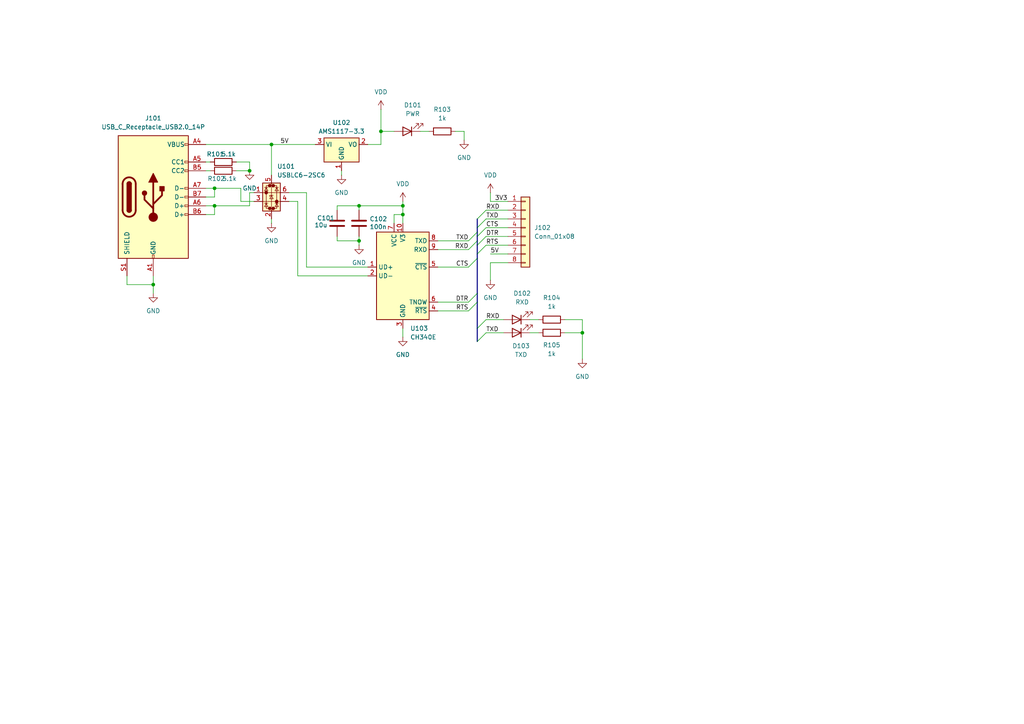
<source format=kicad_sch>
(kicad_sch (version 20250114) (generator "eeschema") (generator_version "9.0")
  (paper "A4")
  (lib_symbols
    (symbol "Connector:USB_C_Receptacle_USB2.0_14P" (pin_names (offset 1.016))
      (property "Reference" "J" (at 0 22.225 0))
      (property "Value" "USB_C_Receptacle_USB2.0_14P" (at 0 19.685 0))
      (symbol "USB_C_Receptacle_USB2.0_14P_0_0"
        (rectangle (start -0.254 -17.78) (end 0.254 -16.764))
        (rectangle (start 10.16 15.494) (end 9.144 14.986))
        (rectangle (start 10.16 10.414) (end 9.144 9.906))
        (rectangle (start 10.16 7.874) (end 9.144 7.366))
        (rectangle (start 10.16 2.794) (end 9.144 2.286))
        (rectangle (start 10.16 0.254) (end 9.144 -0.254))
        (rectangle (start 10.16 -2.286) (end 9.144 -2.794))
        (rectangle (start 10.16 -4.826) (end 9.144 -5.334))
      )
      (symbol "USB_C_Receptacle_USB2.0_14P_0_1"
        (rectangle (start -10.16 17.78) (end 10.16 -17.78) (stroke (width 0.254)) (fill (type background)))
        (polyline (pts (xy -8.89 -3.81) (xy -8.89 3.81)) (stroke (width 0.508)))
        (rectangle (start -7.62 -3.81) (end -6.35 3.81) (stroke (width 0.254)) (fill (type outline)))
        (arc (start -7.62 3.81) (mid -6.985 4.4423) (end -6.35 3.81) (stroke (width 0.254)))
        (arc (start -7.62 3.81) (mid -6.985 4.4423) (end -6.35 3.81) (stroke (width 0.254)) (fill (type outline)))
        (arc (start -8.89 3.81) (mid -6.985 5.7067) (end -5.08 3.81) (stroke (width 0.508)))
        (arc (start -5.08 -3.81) (mid -6.985 -5.7067) (end -8.89 -3.81) (stroke (width 0.508)))
        (arc (start -6.35 -3.81) (mid -6.985 -4.4423) (end -7.62 -3.81) (stroke (width 0.254)))
        (arc (start -6.35 -3.81) (mid -6.985 -4.4423) (end -7.62 -3.81) (stroke (width 0.254)) (fill (type outline)))
        (polyline (pts (xy -5.08 3.81) (xy -5.08 -3.81)) (stroke (width 0.508)))
        (circle (center -2.54 1.143) (radius 0.635) (stroke (width 0.254)) (fill (type outline)))
        (polyline (pts (xy -1.27 4.318) (xy 0 6.858) (xy 1.27 4.318) (xy -1.27 4.318)) (stroke (width 0.254)) (fill (type outline)))
        (polyline (pts (xy 0 -2.032) (xy 2.54 0.508) (xy 2.54 1.778)) (stroke (width 0.508)))
        (polyline (pts (xy 0 -3.302) (xy -2.54 -0.762) (xy -2.54 0.508)) (stroke (width 0.508)))
        (polyline (pts (xy 0 -5.842) (xy 0 4.318)) (stroke (width 0.508)))
        (circle (center 0 -5.842) (radius 1.27) (fill (type outline)))
        (rectangle (start 1.905 1.778) (end 3.175 3.048) (stroke (width 0.254)) (fill (type outline)))
      )
      (symbol "USB_C_Receptacle_USB2.0_14P_1_1"
        (pin passive line (at -7.62 -22.86 90) (length 5.08) (name "SHIELD") (number "S1"))
        (pin passive line (at 0 -22.86 90) (length 5.08) (name "GND") (number "A1"))
        (pin passive line (at 0 -22.86 90) (length 5.08) (hide yes) (name "GND") (number "A12"))
        (pin passive line (at 0 -22.86 90) (length 5.08) (hide yes) (name "GND") (number "B1"))
        (pin passive line (at 0 -22.86 90) (length 5.08) (hide yes) (name "GND") (number "B12"))
        (pin passive line (at 15.24 15.24 180) (length 5.08) (name "VBUS") (number "A4"))
        (pin passive line (at 15.24 15.24 180) (length 5.08) (hide yes) (name "VBUS") (number "A9"))
        (pin passive line (at 15.24 15.24 180) (length 5.08) (hide yes) (name "VBUS") (number "B4"))
        (pin passive line (at 15.24 15.24 180) (length 5.08) (hide yes) (name "VBUS") (number "B9"))
        (pin bidirectional line (at 15.24 10.16 180) (length 5.08) (name "CC1") (number "A5"))
        (pin bidirectional line (at 15.24 7.62 180) (length 5.08) (name "CC2") (number "B5"))
        (pin bidirectional line (at 15.24 2.54 180) (length 5.08) (name "D-") (number "A7"))
        (pin bidirectional line (at 15.24 0 180) (length 5.08) (name "D-") (number "B7"))
        (pin bidirectional line (at 15.24 -2.54 180) (length 5.08) (name "D+") (number "A6"))
        (pin bidirectional line (at 15.24 -5.08 180) (length 5.08) (name "D+") (number "B6"))
      )
    )
    (symbol "Connector_Generic:Conn_01x08" (pin_names (offset 1.016) (hide yes))
      (property "Reference" "J" (at 0 10.16 0))
      (property "Value" "Conn_01x08" (at 0 -12.7 0))
      (symbol "Conn_01x08_1_1"
        (rectangle (start -1.27 8.89) (end 1.27 -11.43) (stroke (width 0.254)) (fill (type background)))
        (rectangle (start -1.27 7.747) (end 0 7.493) (stroke (width 0.1524)))
        (rectangle (start -1.27 5.207) (end 0 4.953) (stroke (width 0.1524)))
        (rectangle (start -1.27 2.667) (end 0 2.413) (stroke (width 0.1524)))
        (rectangle (start -1.27 0.127) (end 0 -0.127) (stroke (width 0.1524)))
        (rectangle (start -1.27 -2.413) (end 0 -2.667) (stroke (width 0.1524)))
        (rectangle (start -1.27 -4.953) (end 0 -5.207) (stroke (width 0.1524)))
        (rectangle (start -1.27 -7.493) (end 0 -7.747) (stroke (width 0.1524)))
        (rectangle (start -1.27 -10.033) (end 0 -10.287) (stroke (width 0.1524)))
        (pin passive line (at -5.08 7.62 0) (length 3.81) (name "Pin_1") (number "1"))
        (pin passive line (at -5.08 5.08 0) (length 3.81) (name "Pin_2") (number "2"))
        (pin passive line (at -5.08 2.54 0) (length 3.81) (name "Pin_3") (number "3"))
        (pin passive line (at -5.08 0 0) (length 3.81) (name "Pin_4") (number "4"))
        (pin passive line (at -5.08 -2.54 0) (length 3.81) (name "Pin_5") (number "5"))
        (pin passive line (at -5.08 -5.08 0) (length 3.81) (name "Pin_6") (number "6"))
        (pin passive line (at -5.08 -7.62 0) (length 3.81) (name "Pin_7") (number "7"))
        (pin passive line (at -5.08 -10.16 0) (length 3.81) (name "Pin_8") (number "8"))
      )
    )
    (symbol "Device:C" (pin_numbers (hide yes)) (pin_names (offset 0.254))
      (property "Reference" "C" (at 0.635 2.54 0))
      (property "Value" "C" (at 0.635 -2.54 0))
      (symbol "C_0_1"
        (polyline (pts (xy -2.032 0.762) (xy 2.032 0.762)) (stroke (width 0.508)))
        (polyline (pts (xy -2.032 -0.762) (xy 2.032 -0.762)) (stroke (width 0.508)))
      )
      (symbol "C_1_1"
        (pin passive line (at 0 3.81 270) (length 2.794) (name "~") (number "1"))
        (pin passive line (at 0 -3.81 90) (length 2.794) (name "~") (number "2"))
      )
    )
    (symbol "Device:LED" (pin_numbers (hide yes)) (pin_names (offset 1.016) (hide yes))
      (property "Reference" "D" (at 0 2.54 0))
      (property "Value" "LED" (at 0 -2.54 0))
      (symbol "LED_0_1"
        (polyline (pts (xy -3.048 -0.762) (xy -4.572 -2.286) (xy -3.81 -2.286) (xy -4.572 -2.286) (xy -4.572 -1.524)))
        (polyline (pts (xy -1.778 -0.762) (xy -3.302 -2.286) (xy -2.54 -2.286) (xy -3.302 -2.286) (xy -3.302 -1.524)))
        (polyline (pts (xy -1.27 0) (xy 1.27 0)))
        (polyline (pts (xy -1.27 -1.27) (xy -1.27 1.27)) (stroke (width 0.254)))
        (polyline (pts (xy 1.27 -1.27) (xy 1.27 1.27) (xy -1.27 0) (xy 1.27 -1.27)) (stroke (width 0.254)))
      )
      (symbol "LED_1_1"
        (pin passive line (at -3.81 0 0) (length 2.54) (name "K") (number "1"))
        (pin passive line (at 3.81 0 180) (length 2.54) (name "A") (number "2"))
      )
    )
    (symbol "Device:R" (pin_numbers (hide yes)) (pin_names (offset 0))
      (property "Reference" "R" (at 2.032 0 90))
      (property "Value" "R" (at 0 0 90))
      (symbol "R_0_1"
        (rectangle (start -1.016 -2.54) (end 1.016 2.54) (stroke (width 0.254)))
      )
      (symbol "R_1_1"
        (pin passive line (at 0 3.81 270) (length 1.27) (name "~") (number "1"))
        (pin passive line (at 0 -3.81 90) (length 1.27) (name "~") (number "2"))
      )
    )
    (symbol "Interface_USB:CH340E"
      (property "Reference" "U" (at -5.08 13.97 0))
      (property "Value" "CH340E" (at 1.27 13.97 0))
      (symbol "CH340E_0_1"
        (rectangle (start -7.62 12.7) (end 7.62 -12.7) (stroke (width 0.254)) (fill (type background)))
      )
      (symbol "CH340E_1_1"
        (pin bidirectional line (at -10.16 2.54 0) (length 2.54) (name "UD+") (number "1"))
        (pin bidirectional line (at -10.16 0 0) (length 2.54) (name "UD-") (number "2"))
        (pin power_in line (at -2.54 15.24 270) (length 2.54) (name "VCC") (number "7"))
        (pin power_out line (at 0 15.24 270) (length 2.54) (name "V3") (number "10"))
        (pin power_in line (at 0 -15.24 90) (length 2.54) (name "GND") (number "3"))
        (pin output line (at 10.16 10.16 180) (length 2.54) (name "TXD") (number "8"))
        (pin input line (at 10.16 7.62 180) (length 2.54) (name "RXD") (number "9"))
        (pin input line (at 10.16 2.54 180) (length 2.54) (name "~{CTS}") (number "5"))
        (pin output line (at 10.16 -7.62 180) (length 2.54) (name "TNOW") (number "6"))
        (pin output line (at 10.16 -10.16 180) (length 2.54) (name "~{RTS}") (number "4"))
      )
    )
    (symbol "Power_Protection:USBLC6-2SC6" (pin_names (hide yes))
      (property "Reference" "U" (at 0.635 5.715 0))
      (property "Value" "USBLC6-2SC6" (at 0.635 3.81 0))
      (symbol "USBLC6-2SC6_0_0"
        (circle (center -1.524 0) (radius 0.0001) (stroke (width 0.508)))
        (circle (center -0.508 2.032) (radius 0.0001) (stroke (width 0.508)))
        (circle (center -0.508 -4.572) (radius 0.0001) (stroke (width 0.508)))
        (circle (center 0.508 2.032) (radius 0.0001) (stroke (width 0.508)))
        (circle (center 0.508 -4.572) (radius 0.0001) (stroke (width 0.508)))
        (circle (center 1.524 -2.54) (radius 0.0001) (stroke (width 0.508)))
      )
      (symbol "USBLC6-2SC6_0_1"
        (polyline (pts (xy -2.54 0) (xy 2.54 0)))
        (polyline (pts (xy -2.54 -2.54) (xy 2.54 -2.54)))
        (polyline (pts (xy -2.032 0.508) (xy -1.016 0.508) (xy -1.524 1.524) (xy -2.032 0.508)))
        (polyline (pts (xy -2.032 -3.048) (xy -1.016 -3.048)))
        (polyline (pts (xy -1.016 1.524) (xy -2.032 1.524)))
        (polyline (pts (xy -1.016 -4.064) (xy -2.032 -4.064) (xy -1.524 -3.048) (xy -1.016 -4.064)))
        (polyline (pts (xy -0.508 -1.143) (xy -0.508 -0.762) (xy 0.508 -0.762)))
        (polyline (pts (xy 0 2.54) (xy -0.508 2.032) (xy 0.508 2.032) (xy 0 1.524) (xy 0 -4.064) (xy -0.508 -4.572) (xy 0.508 -4.572) (xy 0 -5.08)))
        (polyline (pts (xy 0.508 -1.778) (xy -0.508 -1.778) (xy 0 -0.762) (xy 0.508 -1.778)))
        (polyline (pts (xy 1.016 1.524) (xy 2.032 1.524)))
        (polyline (pts (xy 1.016 -3.048) (xy 2.032 -3.048)))
        (polyline (pts (xy 2.032 0.508) (xy 1.016 0.508) (xy 1.524 1.524) (xy 2.032 0.508)))
        (polyline (pts (xy 2.032 -4.064) (xy 1.016 -4.064) (xy 1.524 -3.048) (xy 2.032 -4.064)))
      )
      (symbol "USBLC6-2SC6_1_1"
        (rectangle (start -2.54 2.794) (end 2.54 -5.334) (stroke (width 0.254)) (fill (type background)))
        (polyline (pts (xy -0.508 2.032) (xy -1.524 2.032) (xy -1.524 -4.572) (xy -0.508 -4.572)))
        (polyline (pts (xy 0.508 -4.572) (xy 1.524 -4.572) (xy 1.524 2.032) (xy 0.508 2.032)))
        (pin passive line (at -5.08 0 0) (length 2.54) (name "I/O1") (number "1"))
        (pin passive line (at -5.08 -2.54 0) (length 2.54) (name "I/O2") (number "3"))
        (pin passive line (at 0 5.08 270) (length 2.54) (name "VBUS") (number "5"))
        (pin passive line (at 0 -7.62 90) (length 2.54) (name "GND") (number "2"))
        (pin passive line (at 5.08 0 180) (length 2.54) (name "I/O1") (number "6"))
        (pin passive line (at 5.08 -2.54 180) (length 2.54) (name "I/O2") (number "4"))
      )
    )
    (symbol "Regulator_Linear:AMS1117-3.3"
      (property "Reference" "U" (at -3.81 3.175 0))
      (property "Value" "AMS1117-3.3" (at 0 3.175 0))
      (symbol "AMS1117-3.3_0_1"
        (rectangle (start -5.08 -5.08) (end 5.08 1.905) (stroke (width 0.254)) (fill (type background)))
      )
      (symbol "AMS1117-3.3_1_1"
        (pin power_in line (at -7.62 0 0) (length 2.54) (name "VI") (number "3"))
        (pin power_in line (at 0 -7.62 90) (length 2.54) (name "GND") (number "1"))
        (pin power_out line (at 7.62 0 180) (length 2.54) (name "VO") (number "2"))
      )
    )
    (symbol "power:GND" (power) (pin_numbers (hide yes)) (pin_names (offset 0) (hide yes))
      (property "Value" "GND" (at 0 -3.81 0))
      (symbol "GND_0_1"
        (polyline (pts (xy 0 0) (xy 0 -1.27) (xy 1.27 -1.27) (xy 0 -2.54) (xy -1.27 -1.27) (xy 0 -1.27)))
      )
      (symbol "GND_1_1"
        (pin power_in line (at 0 0 270) (length 0) (name "~") (number "1"))
      )
    )
    (symbol "power:VDD" (power) (pin_numbers (hide yes)) (pin_names (offset 0) (hide yes))
      (property "Value" "VDD" (at 0 3.556 0))
      (symbol "VDD_0_1"
        (polyline (pts (xy -0.762 1.27) (xy 0 2.54)))
        (polyline (pts (xy 0 2.54) (xy 0.762 1.27)))
        (polyline (pts (xy 0 0) (xy 0 2.54)))
      )
      (symbol "VDD_1_1"
        (pin power_in line (at 0 0 90) (length 0) (name "~") (number "1"))
      )
    )
  )
  (junction (at 110.49 38.1))
  (junction (at 168.91 96.52))
  (junction (at 116.84 62.23))
  (junction (at 72.39 49.53))
  (junction (at 62.23 59.69))
  (junction (at 104.14 69.85))
  (junction (at 78.74 41.91))
  (junction (at 62.23 54.61))
  (junction (at 44.45 82.55))
  (junction (at 116.84 59.69))
  (junction (at 104.14 59.69))
  (bus_entry (at 138.43 95.25) (size 2.54 -2.54))
  (bus_entry (at 138.43 85.09) (size -2.54 2.54))
  (bus_entry (at 138.43 63.5) (size 2.54 -2.54))
  (bus_entry (at 138.43 69.85) (size -2.54 2.54))
  (bus_entry (at 138.43 87.63) (size -2.54 2.54))
  (bus_entry (at 138.43 71.12) (size 2.54 -2.54))
  (bus_entry (at 138.43 99.06) (size 2.54 -2.54))
  (bus_entry (at 138.43 73.66) (size 2.54 -2.54))
  (bus_entry (at 138.43 68.58) (size 2.54 -2.54))
  (bus_entry (at 138.43 67.31) (size -2.54 2.54))
  (bus_entry (at 138.43 66.04) (size 2.54 -2.54))
  (bus_entry (at 138.43 74.93) (size -2.54 2.54))
  (wire (pts (xy 140.97 92.71) (xy 146.05 92.71)))
  (wire (pts (xy 104.14 59.69) (xy 104.14 60.96)))
  (wire (pts (xy 140.97 60.96) (xy 147.32 60.96)))
  (bus (pts (xy 138.43 85.09) (xy 138.43 87.63)))
  (wire (pts (xy 62.23 59.69) (xy 62.23 62.23)))
  (wire (pts (xy 44.45 82.55) (xy 44.45 85.09)))
  (wire (pts (xy 88.9 55.88) (xy 88.9 77.47)))
  (wire (pts (xy 127 69.85) (xy 135.89 69.85)))
  (wire (pts (xy 59.69 57.15) (xy 62.23 57.15)))
  (wire (pts (xy 142.24 55.88) (xy 142.24 58.42)))
  (wire (pts (xy 116.84 59.69) (xy 116.84 62.23)))
  (bus (pts (xy 138.43 71.12) (xy 138.43 73.66)))
  (wire (pts (xy 104.14 68.58) (xy 104.14 69.85)))
  (wire (pts (xy 147.32 58.42) (xy 142.24 58.42)))
  (wire (pts (xy 68.58 46.99) (xy 72.39 46.99)))
  (wire (pts (xy 168.91 92.71) (xy 168.91 96.52)))
  (wire (pts (xy 36.83 80.01) (xy 36.83 82.55)))
  (bus (pts (xy 138.43 69.85) (xy 138.43 71.12)))
  (wire (pts (xy 110.49 38.1) (xy 110.49 41.91)))
  (wire (pts (xy 104.14 59.69) (xy 116.84 59.69)))
  (wire (pts (xy 97.79 59.69) (xy 104.14 59.69)))
  (bus (pts (xy 138.43 87.63) (xy 138.43 95.25)))
  (wire (pts (xy 110.49 38.1) (xy 114.3 38.1)))
  (wire (pts (xy 104.14 71.12) (xy 104.14 69.85)))
  (wire (pts (xy 140.97 68.58) (xy 147.32 68.58)))
  (wire (pts (xy 142.24 76.2) (xy 142.24 81.28)))
  (wire (pts (xy 97.79 68.58) (xy 97.79 69.85)))
  (wire (pts (xy 142.24 73.66) (xy 147.32 73.66)))
  (wire (pts (xy 78.74 41.91) (xy 78.74 50.8)))
  (wire (pts (xy 163.83 92.71) (xy 168.91 92.71)))
  (wire (pts (xy 36.83 82.55) (xy 44.45 82.55)))
  (wire (pts (xy 110.49 41.91) (xy 106.68 41.91)))
  (wire (pts (xy 153.67 92.71) (xy 156.21 92.71)))
  (wire (pts (xy 59.69 49.53) (xy 60.96 49.53)))
  (wire (pts (xy 116.84 62.23) (xy 116.84 64.77)))
  (wire (pts (xy 132.08 38.1) (xy 134.62 38.1)))
  (bus (pts (xy 138.43 67.31) (xy 138.43 68.58)))
  (wire (pts (xy 62.23 62.23) (xy 59.69 62.23)))
  (wire (pts (xy 114.3 64.77) (xy 114.3 62.23)))
  (wire (pts (xy 127 90.17) (xy 135.89 90.17)))
  (wire (pts (xy 86.36 80.01) (xy 106.68 80.01)))
  (wire (pts (xy 140.97 66.04) (xy 147.32 66.04)))
  (wire (pts (xy 78.74 41.91) (xy 91.44 41.91)))
  (bus (pts (xy 138.43 73.66) (xy 138.43 74.93)))
  (wire (pts (xy 72.39 59.69) (xy 72.39 55.88)))
  (wire (pts (xy 127 72.39) (xy 135.89 72.39)))
  (wire (pts (xy 140.97 96.52) (xy 146.05 96.52)))
  (wire (pts (xy 59.69 41.91) (xy 78.74 41.91)))
  (wire (pts (xy 121.92 38.1) (xy 124.46 38.1)))
  (wire (pts (xy 86.36 58.42) (xy 86.36 80.01)))
  (bus (pts (xy 138.43 74.93) (xy 138.43 85.09)))
  (wire (pts (xy 69.85 58.42) (xy 73.66 58.42)))
  (wire (pts (xy 59.69 59.69) (xy 62.23 59.69)))
  (wire (pts (xy 106.68 77.47) (xy 88.9 77.47)))
  (wire (pts (xy 72.39 59.69) (xy 62.23 59.69)))
  (wire (pts (xy 69.85 54.61) (xy 69.85 58.42)))
  (bus (pts (xy 138.43 95.25) (xy 138.43 99.06)))
  (wire (pts (xy 69.85 54.61) (xy 62.23 54.61)))
  (bus (pts (xy 138.43 68.58) (xy 138.43 69.85)))
  (wire (pts (xy 127 77.47) (xy 135.89 77.47)))
  (wire (pts (xy 78.74 64.77) (xy 78.74 63.5)))
  (wire (pts (xy 147.32 76.2) (xy 142.24 76.2)))
  (bus (pts (xy 138.43 63.5) (xy 138.43 66.04)))
  (wire (pts (xy 99.06 49.53) (xy 99.06 50.8)))
  (wire (pts (xy 44.45 80.01) (xy 44.45 82.55)))
  (wire (pts (xy 72.39 46.99) (xy 72.39 49.53)))
  (wire (pts (xy 140.97 63.5) (xy 147.32 63.5)))
  (wire (pts (xy 114.3 62.23) (xy 116.84 62.23)))
  (wire (pts (xy 83.82 55.88) (xy 88.9 55.88)))
  (wire (pts (xy 72.39 55.88) (xy 73.66 55.88)))
  (bus (pts (xy 138.43 66.04) (xy 138.43 67.31)))
  (wire (pts (xy 134.62 38.1) (xy 134.62 40.64)))
  (wire (pts (xy 68.58 49.53) (xy 72.39 49.53)))
  (wire (pts (xy 127 87.63) (xy 135.89 87.63)))
  (wire (pts (xy 163.83 96.52) (xy 168.91 96.52)))
  (wire (pts (xy 168.91 96.52) (xy 168.91 104.14)))
  (wire (pts (xy 153.67 96.52) (xy 156.21 96.52)))
  (wire (pts (xy 116.84 58.42) (xy 116.84 59.69)))
  (wire (pts (xy 110.49 31.75) (xy 110.49 38.1)))
  (wire (pts (xy 116.84 95.25) (xy 116.84 97.79)))
  (wire (pts (xy 140.97 71.12) (xy 147.32 71.12)))
  (wire (pts (xy 83.82 58.42) (xy 86.36 58.42)))
  (wire (pts (xy 97.79 69.85) (xy 104.14 69.85)))
  (wire (pts (xy 97.79 60.96) (xy 97.79 59.69)))
  (wire (pts (xy 62.23 57.15) (xy 62.23 54.61)))
  (wire (pts (xy 62.23 54.61) (xy 59.69 54.61)))
  (wire (pts (xy 59.69 46.99) (xy 60.96 46.99)))
  (label "RXD" (at 140.97 60.96 0))
  (label "DTR" (at 135.89 87.63 180))
  (label "3V3" (at 143.51 58.42 0))
  (label "RXD" (at 140.97 92.71 0))
  (label "CTS" (at 135.89 77.47 180))
  (label "TXD" (at 135.89 69.85 180))
  (label "RXD" (at 135.89 72.39 180))
  (label "RTS" (at 135.89 90.17 180))
  (label "CTS" (at 140.97 66.04 0))
  (label "TXD" (at 140.97 63.5 0))
  (label "5V" (at 81.28 41.91 0))
  (label "RTS" (at 140.97 71.12 0))
  (label "DTR" (at 140.97 68.58 0))
  (label "5V" (at 142.24 73.66 0))
  (label "TXD" (at 140.97 96.52 0))
  (symbol (lib_id "power:GND") (at 168.91 104.14 0) (unit 1)
    (property "Reference" "#PWR0112" (effects (hide yes)))
    (property "Value" "GND" (at 168.91 109.22 0))
    (property "Description" "Power symbol creates a global label with name \"GND\" , ground" (effects (hide yes)))
  )
  (symbol (lib_id "Device:R") (at 64.77 46.99 90) (unit 1)
    (property "Reference" "R101" (at 62.484 44.704 90))
    (property "Value" "5.1k" (at 66.294 44.704 90))
    (property "Footprint" "Resistor_SMD:R_0402_1005Metric" (effects (hide yes)))
    (property "Description" "Resistor" (effects (hide yes)))
    (property "LCSC" "C25905" (effects (hide yes)))
  )
  (symbol (lib_id "Device:R") (at 64.77 49.53 90) (unit 1)
    (property "Reference" "R102" (at 62.738 51.816 90))
    (property "Value" "5.1k" (at 66.548 51.816 90))
    (property "Footprint" "Resistor_SMD:R_0402_1005Metric" (effects (hide yes)))
    (property "Description" "Resistor" (effects (hide yes)))
    (property "LCSC" "C25905" (effects (hide yes)))
  )
  (symbol (lib_id "Device:R") (at 160.02 92.71 90) (unit 1)
    (property "Reference" "R104" (at 160.02 86.36 90))
    (property "Value" "1k" (at 160.02 88.9 90))
    (property "Footprint" "Resistor_SMD:R_0402_1005Metric" (effects (hide yes)))
    (property "Description" "Resistor" (effects (hide yes)))
    (property "LCSC" "C11702" (effects (hide yes)))
  )
  (symbol (lib_id "Device:C") (at 97.79 64.77 0) (unit 1)
    (property "Reference" "C101" (at 91.948 63.246 0) (effects (justify left)))
    (property "Value" "10u" (at 91.186 65.278 0) (effects (justify left)))
    (property "Footprint" "Capacitor_SMD:C_0603_1608Metric" (effects (hide yes)))
    (property "Description" "Unpolarized capacitor" (effects (hide yes)))
    (property "LCSC" "C96446" (effects (hide yes)))
  )
  (symbol (lib_id "Connector:USB_C_Receptacle_USB2.0_14P") (at 44.45 57.15 0) (unit 1)
    (property "Reference" "J101" (at 44.45 34.29 0))
    (property "Value" "USB_C_Receptacle_USB2.0_14P" (at 44.45 36.83 0))
    (property "Footprint" "Connector_USB:USB_C_Receptacle_G-Switch_GT-USB-7010ASV" (effects (hide yes)))
    (property "Datasheet" "https://www.usb.org/sites/default/files/documents/usb_type-c.zip" (effects (hide yes)))
    (property "Description" "USB 2.0-only 14P Type-C Receptacle connector" (effects (hide yes)))
  )
  (symbol (lib_id "power:VDD") (at 116.84 58.42 0) (unit 1)
    (property "Reference" "#PWR0107" (effects (hide yes)))
    (property "Value" "VDD" (at 116.84 53.34 0))
    (property "Description" "Power symbol creates a global label with name \"VDD\"" (effects (hide yes)))
  )
  (symbol (lib_id "Device:LED") (at 149.86 96.52 180) (unit 1)
    (property "Reference" "D103" (at 151.13 100.33 0))
    (property "Value" "TXD" (at 151.13 102.87 0))
    (property "Footprint" "LED_SMD:LED_0805_2012Metric" (effects (hide yes)))
    (property "Description" "Light emitting diode" (effects (hide yes)))
    (property "Sim.Pins" "1=K 2=A" (effects (hide yes)))
    (property "LCSC" "C2297" (effects (hide yes)))
  )
  (symbol (lib_id "power:GND") (at 134.62 40.64 0) (unit 1)
    (property "Reference" "#PWR0109" (effects (hide yes)))
    (property "Value" "GND" (at 134.62 45.72 0))
    (property "Description" "Power symbol creates a global label with name \"GND\" , ground" (effects (hide yes)))
  )
  (symbol (lib_id "power:GND") (at 72.39 49.53 0) (unit 1)
    (property "Reference" "#PWR0102" (effects (hide yes)))
    (property "Value" "GND" (at 72.39 54.61 0))
    (property "Description" "Power symbol creates a global label with name \"GND\" , ground" (effects (hide yes)))
  )
  (symbol (lib_id "Device:LED") (at 118.11 38.1 180) (unit 1)
    (property "Reference" "D101" (at 119.6975 30.48 0))
    (property "Value" "PWR" (at 119.6975 33.02 0))
    (property "Footprint" "LED_SMD:LED_0805_2012Metric" (effects (hide yes)))
    (property "Description" "Light emitting diode" (effects (hide yes)))
    (property "Sim.Pins" "1=K 2=A" (effects (hide yes)))
    (property "LCSC" "C84256" (effects (hide yes)))
  )
  (symbol (lib_id "power:GND") (at 78.74 64.77 0) (unit 1)
    (property "Reference" "#PWR0103" (effects (hide yes)))
    (property "Value" "GND" (at 78.74 69.85 0))
    (property "Description" "Power symbol creates a global label with name \"GND\" , ground" (effects (hide yes)))
  )
  (symbol (lib_id "Power_Protection:USBLC6-2SC6") (at 78.74 55.88 0) (unit 1)
    (property "Reference" "U101" (at 80.3911 48.26 0) (effects (justify left)))
    (property "Value" "USBLC6-2SC6" (at 80.3911 50.8 0) (effects (justify left)))
    (property "Footprint" "Package_TO_SOT_SMD:SOT-23-6" (effects (hide yes)))
    (property "Datasheet" "https://www.st.com/resource/en/datasheet/usblc6-2.pdf" (effects (hide yes)))
    (property "Description" "Very low capacitance ESD protection diode, 2 data-line, SOT-23-6" (effects (hide yes)))
  )
  (symbol (lib_id "power:GND") (at 99.06 50.8 0) (unit 1)
    (property "Reference" "#PWR0104" (effects (hide yes)))
    (property "Value" "GND" (at 99.06 55.88 0))
    (property "Description" "Power symbol creates a global label with name \"GND\" , ground" (effects (hide yes)))
  )
  (symbol (lib_id "Connector_Generic:Conn_01x08") (at 152.4 66.04 0) (unit 1)
    (property "Reference" "J102" (at 154.94 66.0399 0) (effects (justify left)))
    (property "Value" "Conn_01x08" (at 154.94 68.5799 0) (effects (justify left)))
    (property "Footprint" "Connector_PinHeader_2.54mm:PinHeader_1x08_P2.54mm_Horizontal" (effects (hide yes)))
    (property "Description" "Generic connector, single row, 01x08, script generated (kicad-library-utils/schlib/autogen/connector/)" (effects (hide yes)))
  )
  (symbol (lib_id "Device:R") (at 160.02 96.52 90) (unit 1)
    (property "Reference" "R105" (at 160.02 100.076 90))
    (property "Value" "1k" (at 160.02 102.616 90))
    (property "Footprint" "Resistor_SMD:R_0402_1005Metric" (effects (hide yes)))
    (property "Description" "Resistor" (effects (hide yes)))
    (property "LCSC" "C11702" (effects (hide yes)))
  )
  (symbol (lib_id "Device:C") (at 104.14 64.77 0) (unit 1)
    (property "Reference" "C102" (at 107.188 63.5 0) (effects (justify left)))
    (property "Value" "100n" (at 107.188 65.786 0) (effects (justify left)))
    (property "Footprint" "Capacitor_SMD:C_0402_1005Metric" (effects (hide yes)))
    (property "Description" "Unpolarized capacitor" (effects (hide yes)))
    (property "LCSC" "C1525" (effects (hide yes)))
  )
  (symbol (lib_id "power:GND") (at 142.24 81.28 0) (unit 1)
    (property "Reference" "#PWR0111" (effects (hide yes)))
    (property "Value" "GND" (at 142.24 86.36 0))
    (property "Description" "Power symbol creates a global label with name \"GND\" , ground" (effects (hide yes)))
  )
  (symbol (lib_id "power:GND") (at 44.45 85.09 0) (unit 1)
    (property "Reference" "#PWR0101" (effects (hide yes)))
    (property "Value" "GND" (at 44.45 90.17 0))
    (property "Description" "Power symbol creates a global label with name \"GND\" , ground" (effects (hide yes)))
  )
  (symbol (lib_id "power:VDD") (at 142.24 55.88 0) (unit 1)
    (property "Reference" "#PWR0110" (effects (hide yes)))
    (property "Value" "VDD" (at 142.24 50.8 0))
    (property "Description" "Power symbol creates a global label with name \"VDD\"" (effects (hide yes)))
  )
  (symbol (lib_id "Device:LED") (at 149.86 92.71 180) (unit 1)
    (property "Reference" "D102" (at 151.4475 85.09 0))
    (property "Value" "RXD" (at 151.4475 87.63 0))
    (property "Footprint" "LED_SMD:LED_0805_2012Metric" (effects (hide yes)))
    (property "Description" "Light emitting diode" (effects (hide yes)))
    (property "Sim.Pins" "1=K 2=A" (effects (hide yes)))
    (property "LCSC" "C2297" (effects (hide yes)))
  )
  (symbol (lib_id "Interface_USB:CH340E") (at 116.84 80.01 0) (unit 1)
    (property "Reference" "U103" (at 118.9833 95.25 0) (effects (justify left)))
    (property "Value" "CH340E" (at 118.9833 97.79 0) (effects (justify left)))
    (property "Footprint" "Package_SO:MSOP-10_3x3mm_P0.5mm" (effects (hide yes)))
    (property "Datasheet" "https://www.mpja.com/download/35227cpdata.pdf" (effects (hide yes)))
    (property "Description" "USB serial converter, UART, MSOP-10" (effects (hide yes)))
  )
  (symbol (lib_id "power:GND") (at 104.14 71.12 0) (unit 1)
    (property "Reference" "#PWR0105" (effects (hide yes)))
    (property "Value" "GND" (at 104.14 76.2 0))
    (property "Description" "Power symbol creates a global label with name \"GND\" , ground" (effects (hide yes)))
  )
  (symbol (lib_id "Device:R") (at 128.27 38.1 90) (unit 1)
    (property "Reference" "R103" (at 128.27 31.75 90))
    (property "Value" "1k" (at 128.27 34.29 90))
    (property "Footprint" "Resistor_SMD:R_0402_1005Metric" (effects (hide yes)))
    (property "Description" "Resistor" (effects (hide yes)))
    (property "LCSC" "C11702" (effects (hide yes)))
  )
  (symbol (lib_id "Regulator_Linear:AMS1117-3.3") (at 99.06 41.91 0) (unit 1)
    (property "Reference" "U102" (at 99.06 35.56 0))
    (property "Value" "AMS1117-3.3" (at 99.06 38.1 0))
    (property "Footprint" "Package_TO_SOT_SMD:SOT-223-3_TabPin2" (effects (hide yes)))
    (property "Datasheet" "http://www.advanced-monolithic.com/pdf/ds1117.pdf" (effects (hide yes)))
    (property "Description" "1A Low Dropout regulator, positive, 3.3V fixed output, SOT-223" (effects (hide yes)))
    (property "LCSC" "C6186" (effects (hide yes)))
  )
  (symbol (lib_id "power:GND") (at 116.84 97.79 0) (unit 1)
    (property "Reference" "#PWR0108" (effects (hide yes)))
    (property "Value" "GND" (at 116.84 102.87 0))
    (property "Description" "Power symbol creates a global label with name \"GND\" , ground" (effects (hide yes)))
  )
  (symbol (lib_id "power:VDD") (at 110.49 31.75 0) (unit 1)
    (property "Reference" "#PWR0106" (effects (hide yes)))
    (property "Value" "VDD" (at 110.49 26.67 0))
    (property "Description" "Power symbol creates a global label with name \"VDD\"" (effects (hide yes)))
  )
)
</source>
